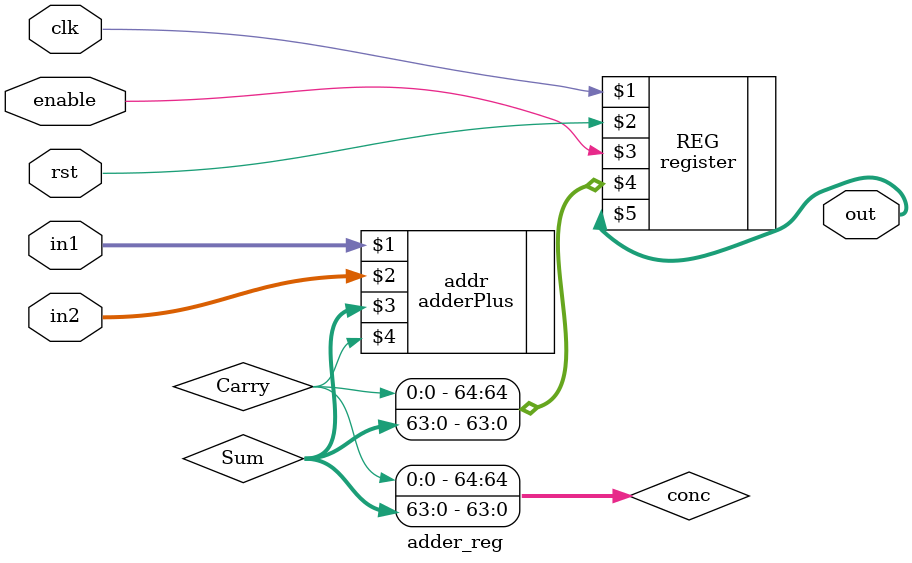
<source format=v>

`include "adderPlus.v"
`include "register.v"
module adder_reg(input wire clk,rst,enable,input wire [63:0]in1,in2,output wire[64:0] out);


wire [63:0] Sum;
wire Carry;
 adderPlus addr (in1,in2,Sum,Carry);
 wire [64:0] conc;
assign conc={Carry,Sum};
 register REG(clk,rst,enable,conc,out);



endmodule

</source>
